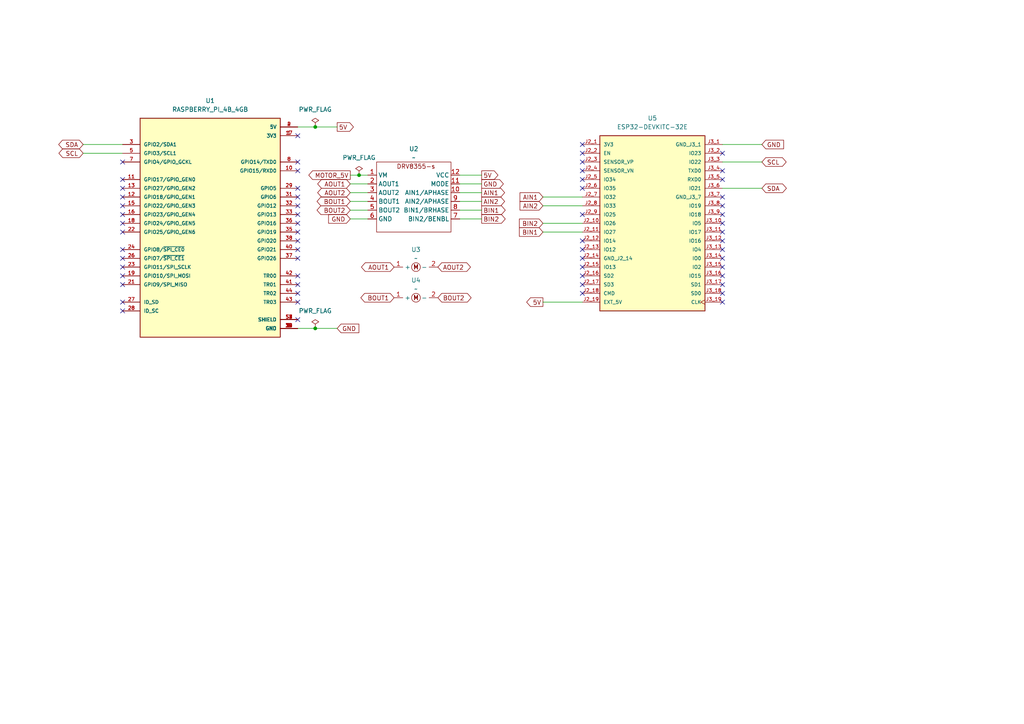
<source format=kicad_sch>
(kicad_sch (version 20231120) (generator "eeschema") (generator_version "8.0")
  (paper "A4")
  (lib_symbols
    (symbol "DC_MOTOR_1"
      (property "Reference" "U" (at 0 0 0))
      (symbol "DC_MOTOR_1_1_1"
        (circle (center 0 0) (radius 1.27))
        (text "M" (at 0 0 0) (effects (font (size 1.27 1.27) (thickness 0.254) (bold yes))))
        (pin bidirectional line (at -6.35 0 0) (length 2.54) (name "+") (number "1"))
        (pin bidirectional line (at 6.35 0 180) (length 2.54) (name "-") (number "2"))
      )
    )
    (symbol "power:PWR_FLAG" (power) (pin_numbers hide) (pin_names (offset 0) hide)
      (property "Value" "PWR_FLAG" (at 0 3.81 0))
      (symbol "PWR_FLAG_0_0"
        (pin power_out line (at 0 0 90) (length 0) (name "~") (number "1"))
      )
      (symbol "PWR_FLAG_0_1"
        (polyline (pts (xy 0 0) (xy 0 1.27) (xy -1.016 1.905) (xy 0 2.54) (xy 1.016 1.905) (xy 0 1.27)))
      )
    )
    (symbol "robo:DC_MOTOR"
      (property "Reference" "U" (at 0 0 0))
      (symbol "DC_MOTOR_1_1"
        (circle (center 0 0) (radius 1.27))
        (text "M" (at 0 0 0) (effects (font (size 1.27 1.27) (thickness 0.254) (bold yes))))
        (pin bidirectional line (at -6.35 0 0) (length 2.54) (name "+") (number "1"))
        (pin bidirectional line (at 6.35 0 180) (length 2.54) (name "-") (number "2"))
      )
    )
    (symbol "robo:DRV8835-s"
      (property "Reference" "U" (at 0 5.08 0))
      (symbol "DRV8835-s_0_1"
        (rectangle (start 10.16 -10.16) (end -11.43 10.16))
      )
      (symbol "DRV8835-s_1_1"
        (text "DRV8355-s" (at 0 8.89 0) (effects (font (size 1.27 1.27))))
        (pin power_in line (at -13.97 6.35 0) (length 2.54) (name "VM") (number "1"))
        (pin input line (at 12.7 1.27 180) (length 2.54) (name "AIN1/APHASE") (number "10"))
        (pin input line (at 12.7 3.81 180) (length 2.54) (name "MODE") (number "11"))
        (pin power_in line (at 12.7 6.35 180) (length 2.54) (name "VCC") (number "12"))
        (pin output line (at -13.97 3.81 0) (length 2.54) (name "AOUT1") (number "2"))
        (pin output line (at -13.97 1.27 0) (length 2.54) (name "AOUT2") (number "3"))
        (pin output line (at -13.97 -1.27 0) (length 2.54) (name "BOUT1") (number "4"))
        (pin output line (at -13.97 -3.81 0) (length 2.54) (name "BOUT2") (number "5"))
        (pin power_in line (at -13.97 -6.35 0) (length 2.54) (name "GND") (number "6"))
        (pin input line (at 12.7 -6.35 180) (length 2.54) (name "BIN2/BENBL") (number "7"))
        (pin input line (at 12.7 -3.81 180) (length 2.54) (name "BIN1/BRHASE") (number "8"))
        (pin input line (at 12.7 -1.27 180) (length 2.54) (name "AIN2/APHASE") (number "9"))
      )
    )
    (symbol "robo:ESP32-DEVKITC-32E" (pin_names (offset 1.016))
      (property "Reference" "U" (at -15.24 26.162 0))
      (property "Value" "ESP32-DEVKITC-32E" (at -15.24 -27.94 0))
      (symbol "ESP32-DEVKITC-32E_0_0"
        (rectangle (start -15.24 -25.4) (end 15.24 25.4) (stroke (width 0.254)) (fill (type background)))
        (pin power_in line (at -20.32 22.86 0) (length 5.08) (name "3V3") (number "J2_1"))
        (pin bidirectional line (at -20.32 0 0) (length 5.08) (name "IO26") (number "J2_10"))
        (pin bidirectional line (at -20.32 -2.54 0) (length 5.08) (name "IO27") (number "J2_11"))
        (pin bidirectional line (at -20.32 -5.08 0) (length 5.08) (name "IO14") (number "J2_12"))
        (pin bidirectional line (at -20.32 -7.62 0) (length 5.08) (name "IO12") (number "J2_13"))
        (pin power_in line (at -20.32 -10.16 0) (length 5.08) (name "GND_J2_14") (number "J2_14"))
        (pin bidirectional line (at -20.32 -12.7 0) (length 5.08) (name "IO13") (number "J2_15"))
        (pin bidirectional line (at -20.32 -15.24 0) (length 5.08) (name "SD2") (number "J2_16"))
        (pin bidirectional line (at -20.32 -17.78 0) (length 5.08) (name "SD3") (number "J2_17"))
        (pin bidirectional line (at -20.32 -20.32 0) (length 5.08) (name "CMD") (number "J2_18"))
        (pin power_in line (at -20.32 -22.86 0) (length 5.08) (name "EXT_5V") (number "J2_19"))
        (pin input line (at -20.32 20.32 0) (length 5.08) (name "EN") (number "J2_2"))
        (pin bidirectional line (at -20.32 17.78 0) (length 5.08) (name "SENSOR_VP") (number "J2_3"))
        (pin bidirectional line (at -20.32 15.24 0) (length 5.08) (name "SENSOR_VN") (number "J2_4"))
        (pin bidirectional line (at -20.32 12.7 0) (length 5.08) (name "IO34") (number "J2_5"))
        (pin bidirectional line (at -20.32 10.16 0) (length 5.08) (name "IO35") (number "J2_6"))
        (pin bidirectional line (at -20.32 7.62 0) (length 5.08) (name "IO32") (number "J2_7"))
        (pin bidirectional line (at -20.32 5.08 0) (length 5.08) (name "IO33") (number "J2_8"))
        (pin bidirectional line (at -20.32 2.54 0) (length 5.08) (name "IO25") (number "J2_9"))
        (pin power_in line (at 20.32 22.86 180) (length 5.08) (name "GND_J3_1") (number "J3_1"))
        (pin bidirectional line (at 20.32 0 180) (length 5.08) (name "IO5") (number "J3_10"))
        (pin bidirectional line (at 20.32 -2.54 180) (length 5.08) (name "IO17") (number "J3_11"))
        (pin bidirectional line (at 20.32 -5.08 180) (length 5.08) (name "IO16") (number "J3_12"))
        (pin bidirectional line (at 20.32 -7.62 180) (length 5.08) (name "IO4") (number "J3_13"))
        (pin bidirectional line (at 20.32 -10.16 180) (length 5.08) (name "IO0") (number "J3_14"))
        (pin bidirectional line (at 20.32 -12.7 180) (length 5.08) (name "IO2") (number "J3_15"))
        (pin bidirectional line (at 20.32 -15.24 180) (length 5.08) (name "IO15") (number "J3_16"))
        (pin bidirectional line (at 20.32 -17.78 180) (length 5.08) (name "SD1") (number "J3_17"))
        (pin bidirectional line (at 20.32 -20.32 180) (length 5.08) (name "SD0") (number "J3_18"))
        (pin bidirectional clock (at 20.32 -22.86 180) (length 5.08) (name "CLK") (number "J3_19"))
        (pin bidirectional line (at 20.32 20.32 180) (length 5.08) (name "IO23") (number "J3_2"))
        (pin bidirectional line (at 20.32 17.78 180) (length 5.08) (name "IO22") (number "J3_3"))
        (pin bidirectional line (at 20.32 15.24 180) (length 5.08) (name "TXD0") (number "J3_4"))
        (pin bidirectional line (at 20.32 12.7 180) (length 5.08) (name "RXD0") (number "J3_5"))
        (pin bidirectional line (at 20.32 10.16 180) (length 5.08) (name "IO21") (number "J3_6"))
        (pin power_in line (at 20.32 7.62 180) (length 5.08) (name "GND_J3_7") (number "J3_7"))
        (pin bidirectional line (at 20.32 5.08 180) (length 5.08) (name "IO19") (number "J3_8"))
        (pin bidirectional line (at 20.32 2.54 180) (length 5.08) (name "IO18") (number "J3_9"))
      )
    )
    (symbol "robo:RASPBERRY_PI_4B_4GB" (pin_names (offset 1.016))
      (property "Reference" "U" (at -20.32 33.528 0))
      (property "Value" "RASPBERRY_PI_4B_4GB" (at -20.32 -33.02 0))
      (symbol "RASPBERRY_PI_4B_4GB_0_0"
        (rectangle (start -20.32 -30.48) (end 20.32 33.02) (stroke (width 0.254)) (fill (type background)))
        (pin power_in line (at 25.4 27.94 180) (length 5.08) (name "3V3") (number "1"))
        (pin bidirectional line (at 25.4 17.78 180) (length 5.08) (name "GPIO15/RXD0") (number "10"))
        (pin bidirectional line (at -25.4 15.24 0) (length 5.08) (name "GPIO17/GPIO_GEN0") (number "11"))
        (pin bidirectional line (at -25.4 10.16 0) (length 5.08) (name "GPIO18/GPIO_GEN1") (number "12"))
        (pin bidirectional line (at -25.4 12.7 0) (length 5.08) (name "GPIO27/GPIO_GEN2") (number "13"))
        (pin power_in line (at 25.4 -27.94 180) (length 5.08) (name "GND") (number "14"))
        (pin bidirectional line (at -25.4 7.62 0) (length 5.08) (name "GPIO22/GPIO_GEN3") (number "15"))
        (pin bidirectional line (at -25.4 5.08 0) (length 5.08) (name "GPIO23/GPIO_GEN4") (number "16"))
        (pin power_in line (at 25.4 27.94 180) (length 5.08) (name "3V3") (number "17"))
        (pin bidirectional line (at -25.4 2.54 0) (length 5.08) (name "GPIO24/GPIO_GEN5") (number "18"))
        (pin bidirectional line (at -25.4 -12.7 0) (length 5.08) (name "GPIO10/SPI_MOSI") (number "19"))
        (pin power_in line (at 25.4 30.48 180) (length 5.08) (name "5V") (number "2"))
        (pin power_in line (at 25.4 -27.94 180) (length 5.08) (name "GND") (number "20"))
        (pin bidirectional line (at -25.4 -15.24 0) (length 5.08) (name "GPIO9/SPI_MISO") (number "21"))
        (pin bidirectional line (at -25.4 0 0) (length 5.08) (name "GPIO25/GPIO_GEN6") (number "22"))
        (pin bidirectional line (at -25.4 -10.16 0) (length 5.08) (name "GPIO11/SPI_SCLK") (number "23"))
        (pin bidirectional line (at -25.4 -5.08 0) (length 5.08) (name "GPIO8/~{SPI_CE0}") (number "24"))
        (pin power_in line (at 25.4 -27.94 180) (length 5.08) (name "GND") (number "25"))
        (pin bidirectional line (at -25.4 -7.62 0) (length 5.08) (name "GPIO7/~{SPI_CE1}") (number "26"))
        (pin bidirectional line (at -25.4 -20.32 0) (length 5.08) (name "ID_SD") (number "27"))
        (pin bidirectional line (at -25.4 -22.86 0) (length 5.08) (name "ID_SC") (number "28"))
        (pin bidirectional line (at 25.4 12.7 180) (length 5.08) (name "GPIO5") (number "29"))
        (pin bidirectional line (at -25.4 25.4 0) (length 5.08) (name "GPIO2/SDA1") (number "3"))
        (pin power_in line (at 25.4 -27.94 180) (length 5.08) (name "GND") (number "30"))
        (pin bidirectional line (at 25.4 10.16 180) (length 5.08) (name "GPIO6") (number "31"))
        (pin bidirectional line (at 25.4 7.62 180) (length 5.08) (name "GPIO12") (number "32"))
        (pin bidirectional line (at 25.4 5.08 180) (length 5.08) (name "GPIO13") (number "33"))
        (pin power_in line (at 25.4 -27.94 180) (length 5.08) (name "GND") (number "34"))
        (pin bidirectional line (at 25.4 0 180) (length 5.08) (name "GPIO19") (number "35"))
        (pin bidirectional line (at 25.4 2.54 180) (length 5.08) (name "GPIO16") (number "36"))
        (pin bidirectional line (at 25.4 -7.62 180) (length 5.08) (name "GPIO26") (number "37"))
        (pin bidirectional line (at 25.4 -2.54 180) (length 5.08) (name "GPIO20") (number "38"))
        (pin power_in line (at 25.4 -27.94 180) (length 5.08) (name "GND") (number "39"))
        (pin power_in line (at 25.4 30.48 180) (length 5.08) (name "5V") (number "4"))
        (pin bidirectional line (at 25.4 -5.08 180) (length 5.08) (name "GPIO21") (number "40"))
        (pin bidirectional line (at 25.4 -15.24 180) (length 5.08) (name "TR01") (number "41"))
        (pin bidirectional line (at 25.4 -12.7 180) (length 5.08) (name "TR00") (number "42"))
        (pin bidirectional line (at 25.4 -20.32 180) (length 5.08) (name "TR03") (number "43"))
        (pin bidirectional line (at 25.4 -17.78 180) (length 5.08) (name "TR02") (number "44"))
        (pin bidirectional line (at -25.4 22.86 0) (length 5.08) (name "GPIO3/SCL1") (number "5"))
        (pin power_in line (at 25.4 -27.94 180) (length 5.08) (name "GND") (number "6"))
        (pin bidirectional line (at -25.4 20.32 0) (length 5.08) (name "GPIO4/GPIO_GCKL") (number "7"))
        (pin bidirectional line (at 25.4 20.32 180) (length 5.08) (name "GPIO14/TXD0") (number "8"))
        (pin power_in line (at 25.4 -27.94 180) (length 5.08) (name "GND") (number "9"))
        (pin power_in line (at 25.4 -25.4 180) (length 5.08) (name "SHIELD") (number "S1"))
        (pin power_in line (at 25.4 -25.4 180) (length 5.08) (name "SHIELD") (number "S2"))
        (pin power_in line (at 25.4 -25.4 180) (length 5.08) (name "SHIELD") (number "S3"))
        (pin power_in line (at 25.4 -25.4 180) (length 5.08) (name "SHIELD") (number "S4"))
      )
    )
  )
  (junction (at 91.44 36.83))
  (junction (at 104.14 50.8))
  (junction (at 91.44 95.25))
  (no_connect (at 86.36 69.85))
  (no_connect (at 168.91 46.99))
  (no_connect (at 86.36 80.01))
  (no_connect (at 86.36 46.99))
  (no_connect (at 35.56 57.15))
  (no_connect (at 86.36 67.31))
  (no_connect (at 168.91 54.61))
  (no_connect (at 209.55 67.31))
  (no_connect (at 209.55 87.63))
  (no_connect (at 35.56 59.69))
  (no_connect (at 168.91 82.55))
  (no_connect (at 168.91 52.07))
  (no_connect (at 35.56 77.47))
  (no_connect (at 209.55 49.53))
  (no_connect (at 86.36 39.37))
  (no_connect (at 35.56 74.93))
  (no_connect (at 209.55 59.69))
  (no_connect (at 209.55 82.55))
  (no_connect (at 35.56 54.61))
  (no_connect (at 209.55 57.15))
  (no_connect (at 35.56 72.39))
  (no_connect (at 209.55 85.09))
  (no_connect (at 209.55 77.47))
  (no_connect (at 86.36 92.71))
  (no_connect (at 209.55 52.07))
  (no_connect (at 86.36 59.69))
  (no_connect (at 35.56 62.23))
  (no_connect (at 86.36 54.61))
  (no_connect (at 209.55 62.23))
  (no_connect (at 86.36 82.55))
  (no_connect (at 35.56 90.17))
  (no_connect (at 209.55 44.45))
  (no_connect (at 86.36 62.23))
  (no_connect (at 168.91 69.85))
  (no_connect (at 209.55 74.93))
  (no_connect (at 86.36 85.09))
  (no_connect (at 168.91 80.01))
  (no_connect (at 168.91 74.93))
  (no_connect (at 35.56 80.01))
  (no_connect (at 209.55 80.01))
  (no_connect (at 86.36 64.77))
  (no_connect (at 168.91 41.91))
  (no_connect (at 168.91 77.47))
  (no_connect (at 86.36 74.93))
  (no_connect (at 168.91 62.23))
  (no_connect (at 86.36 49.53))
  (no_connect (at 35.56 82.55))
  (no_connect (at 209.55 69.85))
  (no_connect (at 35.56 87.63))
  (no_connect (at 35.56 46.99))
  (no_connect (at 35.56 52.07))
  (no_connect (at 35.56 67.31))
  (no_connect (at 168.91 49.53))
  (no_connect (at 86.36 87.63))
  (no_connect (at 86.36 72.39))
  (no_connect (at 168.91 85.09))
  (no_connect (at 168.91 44.45))
  (no_connect (at 209.55 64.77))
  (no_connect (at 86.36 57.15))
  (no_connect (at 168.91 72.39))
  (no_connect (at 35.56 64.77))
  (no_connect (at 209.55 72.39))
  (wire (pts (xy 209.55 46.99) (xy 220.98 46.99)))
  (wire (pts (xy 86.36 36.83) (xy 91.44 36.83)))
  (wire (pts (xy 101.6 58.42) (xy 106.68 58.42)))
  (wire (pts (xy 24.13 44.45) (xy 35.56 44.45)))
  (wire (pts (xy 133.35 60.96) (xy 139.7 60.96)))
  (wire (pts (xy 209.55 54.61) (xy 220.98 54.61)))
  (wire (pts (xy 24.13 41.91) (xy 35.56 41.91)))
  (wire (pts (xy 133.35 55.88) (xy 139.7 55.88)))
  (wire (pts (xy 157.48 67.31) (xy 168.91 67.31)))
  (wire (pts (xy 91.44 95.25) (xy 97.79 95.25)))
  (wire (pts (xy 157.48 59.69) (xy 168.91 59.69)))
  (wire (pts (xy 133.35 63.5) (xy 139.7 63.5)))
  (wire (pts (xy 133.35 50.8) (xy 139.7 50.8)))
  (wire (pts (xy 157.48 64.77) (xy 168.91 64.77)))
  (wire (pts (xy 133.35 58.42) (xy 139.7 58.42)))
  (wire (pts (xy 157.48 87.63) (xy 168.91 87.63)))
  (wire (pts (xy 86.36 95.25) (xy 91.44 95.25)))
  (wire (pts (xy 157.48 57.15) (xy 168.91 57.15)))
  (wire (pts (xy 209.55 41.91) (xy 220.98 41.91)))
  (wire (pts (xy 101.6 50.8) (xy 104.14 50.8)))
  (wire (pts (xy 104.14 50.8) (xy 106.68 50.8)))
  (wire (pts (xy 133.35 53.34) (xy 139.7 53.34)))
  (wire (pts (xy 101.6 60.96) (xy 106.68 60.96)))
  (wire (pts (xy 91.44 36.83) (xy 97.79 36.83)))
  (wire (pts (xy 101.6 53.34) (xy 106.68 53.34)))
  (wire (pts (xy 101.6 55.88) (xy 106.68 55.88)))
  (wire (pts (xy 101.6 63.5) (xy 106.68 63.5)))
  (global_label "BIN1" (shape input) (at 157.48 67.31 180) (property "Intersheetrefs" "${INTERSHEET_REFS}" (effects (hide yes))))
  (global_label "AIN1" (shape input) (at 157.48 57.15 180) (property "Intersheetrefs" "${INTERSHEET_REFS}" (effects (hide yes))))
  (global_label "BIN2" (shape output) (at 139.7 63.5 0) (property "Intersheetrefs" "${INTERSHEET_REFS}" (effects (hide yes))))
  (global_label "5V" (shape output) (at 97.79 36.83 0) (property "Intersheetrefs" "${INTERSHEET_REFS}" (effects (hide yes))))
  (global_label "5V" (shape output) (at 139.7 50.8 0) (property "Intersheetrefs" "${INTERSHEET_REFS}" (effects (hide yes))))
  (global_label "AOUT2" (shape bidirectional) (at 101.6 55.88 180) (property "Intersheetrefs" "${INTERSHEET_REFS}" (effects (hide yes))))
  (global_label "AIN1" (shape output) (at 139.7 55.88 0) (property "Intersheetrefs" "${INTERSHEET_REFS}" (effects (hide yes))))
  (global_label "AIN2" (shape input) (at 157.48 59.69 180) (property "Intersheetrefs" "${INTERSHEET_REFS}" (effects (hide yes))))
  (global_label "BIN2" (shape input) (at 157.48 64.77 180) (property "Intersheetrefs" "${INTERSHEET_REFS}" (effects (hide yes))))
  (global_label "MOTOR_5V" (shape output) (at 101.6 50.8 180) (property "Intersheetrefs" "${INTERSHEET_REFS}" (effects (hide yes))))
  (global_label "AOUT2" (shape bidirectional) (at 127 77.47 0) (property "Intersheetrefs" "${INTERSHEET_REFS}" (effects (hide yes))))
  (global_label "BIN1" (shape output) (at 139.7 60.96 0) (property "Intersheetrefs" "${INTERSHEET_REFS}" (effects (hide yes))))
  (global_label "5V" (shape output) (at 157.48 87.63 180) (property "Intersheetrefs" "${INTERSHEET_REFS}" (effects (hide yes))))
  (global_label "BOUT2" (shape bidirectional) (at 101.6 60.96 180) (property "Intersheetrefs" "${INTERSHEET_REFS}" (effects (hide yes))))
  (global_label "SDA" (shape bidirectional) (at 24.13 41.91 180) (property "Intersheetrefs" "${INTERSHEET_REFS}" (effects (hide yes))))
  (global_label "GND" (shape output) (at 139.7 53.34 0) (property "Intersheetrefs" "${INTERSHEET_REFS}" (effects (hide yes))))
  (global_label "BOUT2" (shape bidirectional) (at 127 86.36 0) (property "Intersheetrefs" "${INTERSHEET_REFS}" (effects (hide yes))))
  (global_label "AOUT1" (shape bidirectional) (at 114.3 77.47 180) (property "Intersheetrefs" "${INTERSHEET_REFS}" (effects (hide yes))))
  (global_label "GND" (shape input) (at 220.98 41.91 0) (property "Intersheetrefs" "${INTERSHEET_REFS}" (effects (hide yes))))
  (global_label "GND" (shape input) (at 101.6 63.5 180) (property "Intersheetrefs" "${INTERSHEET_REFS}" (effects (hide yes))))
  (global_label "BOUT1" (shape bidirectional) (at 101.6 58.42 180) (property "Intersheetrefs" "${INTERSHEET_REFS}" (effects (hide yes))))
  (global_label "AIN2" (shape output) (at 139.7 58.42 0) (property "Intersheetrefs" "${INTERSHEET_REFS}" (effects (hide yes))))
  (global_label "SCL" (shape bidirectional) (at 24.13 44.45 180) (property "Intersheetrefs" "${INTERSHEET_REFS}" (effects (hide yes))))
  (global_label "GND" (shape input) (at 97.79 95.25 0) (property "Intersheetrefs" "${INTERSHEET_REFS}" (effects (hide yes))))
  (global_label "SCL" (shape bidirectional) (at 220.98 46.99 0) (property "Intersheetrefs" "${INTERSHEET_REFS}" (effects (hide yes))))
  (global_label "BOUT1" (shape bidirectional) (at 114.3 86.36 180) (property "Intersheetrefs" "${INTERSHEET_REFS}" (effects (hide yes))))
  (global_label "SDA" (shape bidirectional) (at 220.98 54.61 0) (property "Intersheetrefs" "${INTERSHEET_REFS}" (effects (hide yes))))
  (global_label "AOUT1" (shape bidirectional) (at 101.6 53.34 180) (property "Intersheetrefs" "${INTERSHEET_REFS}" (effects (hide yes))))
  (symbol (lib_id "robo:RASPBERRY_PI_4B_4GB") (at 60.96 67.31 0) (unit 1)
    (property "Reference" "U1" (at 60.96 29.21 0))
    (property "Value" "RASPBERRY_PI_4B_4GB" (at 60.96 31.75 0))
    (property "Footprint" "RASPBERRY_PI_4B_4GB:MODULE_RASPBERRY_PI_4B_4GB" (effects (hide yes)))
    (property "MF" "Raspberry Pi" (effects (hide yes)))
    (property "MAXIMUM_PACKAGE_HEIGHT" "16 mm" (effects (hide yes)))
    (property "Package" "None" (effects (hide yes)))
    (property "Price" "None" (effects (hide yes)))
    (property "Check_prices" "https://www.snapeda.com/parts/RASPBERRY%20PI%204B/4GB/Raspberry+Pi/view-part/?ref=eda" (effects (hide yes)))
    (property "STANDARD" "Manufacturer Recommendations" (effects (hide yes)))
    (property "PARTREV" "4" (effects (hide yes)))
    (property "SnapEDA_Link" "https://www.snapeda.com/parts/RASPBERRY%20PI%204B/4GB/Raspberry+Pi/view-part/?ref=snap" (effects (hide yes)))
    (property "MP" "RASPBERRY PI 4B/4GB" (effects (hide yes)))
    (property "Description_1" "\n                        \n                            BCM2711 Raspberry Pi 4 Model B 4GB - ARM® Cortex®-A72 MPU Embedded Evaluation Board\n                        \n" (effects (hide yes)))
    (property "MANUFACTURER" "Raspberry Pi" (effects (hide yes)))
    (property "Availability" "In Stock" (effects (hide yes)))
    (property "SNAPEDA_PN" "RASPBERRY PI 4B/4GB" (effects (hide yes)))
  )
  (symbol (lib_id "robo:DRV8835-s") (at 120.65 57.15 0) (unit 1)
    (property "Reference" "U2" (at 120.015 43.18 0))
    (property "Value" "~" (at 120.015 45.72 0))
  )
  (symbol (lib_id "robo:ESP32-DEVKITC-32E") (at 189.23 64.77 0) (unit 1)
    (property "Reference" "U5" (at 189.23 34.29 0))
    (property "Value" "ESP32-DEVKITC-32E" (at 189.23 36.83 0))
    (property "Footprint" "ESP32-DEVKITC-32E:MODULE_ESP32-DEVKITC-32E" (effects (hide yes)))
    (property "MF" "Espressif Systems" (effects (hide yes)))
    (property "Description_1" "\n- ESP32-WROOM-32E Transceiver; 802.11 b/g/n (Wi-Fi, WiFi, WLAN), Bluetooth® Smart Ready 4.x Dual Mode 2.4GHz Evaluation Board\n" (effects (hide yes)))
    (property "Package" "None" (effects (hide yes)))
    (property "Price" "None" (effects (hide yes)))
    (property "Check_prices" "https://www.snapeda.com/parts/ESP32-DEVKITC-32E/Espressif+Systems/view-part/?ref=eda" (effects (hide yes)))
    (property "STANDARD" "Manufacturer Recommendations" (effects (hide yes)))
    (property "PARTREV" "1.4" (effects (hide yes)))
    (property "SnapEDA_Link" "https://www.snapeda.com/parts/ESP32-DEVKITC-32E/Espressif+Systems/view-part/?ref=snap" (effects (hide yes)))
    (property "MP" "ESP32-DEVKITC-32E" (effects (hide yes)))
    (property "Availability" "In Stock" (effects (hide yes)))
    (property "MANUFACTURER" "Espressif Systems" (effects (hide yes)))
  )
  (symbol (lib_id "power:PWR_FLAG") (at 104.14 50.8 0) (unit 1)
    (property "Reference" "#FLG04" (effects (hide yes)))
    (property "Value" "PWR_FLAG" (at 104.14 45.72 0))
    (property "Description" "Special symbol for telling ERC where power comes from" (effects (hide yes)))
  )
  (symbol (lib_name "DC_MOTOR_1") (lib_id "robo:DC_MOTOR") (at 120.65 77.47 0) (unit 1)
    (property "Reference" "U3" (at 120.65 72.39 0))
    (property "Value" "~" (at 120.65 74.93 0))
  )
  (symbol (lib_id "power:PWR_FLAG") (at 91.44 95.25 0) (unit 1)
    (property "Reference" "#FLG02" (effects (hide yes)))
    (property "Value" "PWR_FLAG" (at 91.44 90.17 0))
    (property "Description" "Special symbol for telling ERC where power comes from" (effects (hide yes)))
  )
  (symbol (lib_id "robo:DC_MOTOR") (at 120.65 86.36 0) (unit 1)
    (property "Reference" "U4" (at 120.65 81.28 0))
    (property "Value" "~" (at 120.65 83.82 0))
  )
  (symbol (lib_id "power:PWR_FLAG") (at 91.44 36.83 0) (unit 1)
    (property "Reference" "#FLG01" (effects (hide yes)))
    (property "Value" "PWR_FLAG" (at 91.44 31.75 0))
    (property "Description" "Special symbol for telling ERC where power comes from" (effects (hide yes)))
  )
)
</source>
